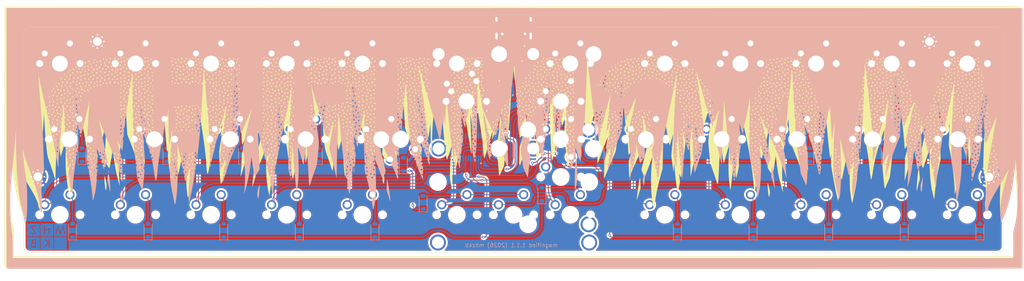
<source format=kicad_pcb>
(kicad_pcb (version 20241229) (generator "pcbnew") (generator_version "9.0")
  (layers (0 "F.Cu" signal) (2 "B.Cu" signal) (13 "F.Paste" user) (15 "B.Paste" user) (5 "F.SilkS" user "F.Silkscreen") (7 "B.SilkS" user "B.Silkscreen") (1 "F.Mask" user) (3 "B.Mask" user) (25 "Edge.Cuts" user))
  (net 0 "")
  (net 1 "ROW0")
  (net 2 "Net-(D0-A)")
  (net 3 "Net-(D1-A)")
  (net 4 "Net-(D2-A)")
  (net 5 "Net-(D3-A)")
  (net 6 "Net-(D4-A)")
  (net 7 "Net-(D5-A)")
  (net 8 "Net-(D6-A)")
  (net 9 "Net-(D7-A)")
  (net 10 "Net-(D8-A)")
  (net 11 "Net-(D9-A)")
  (net 12 "Net-(D10-A)")
  (net 13 "Net-(D11-A)")
  (net 14 "Net-(D12-A)")
  (net 15 "ROW3")
  (net 16 "Net-(D13-A)")
  (net 17 "Net-(D14-A)")
  (net 18 "Net-(D15-A)")
  (net 19 "Net-(D16-A)")
  (net 20 "Net-(D17-A)")
  (net 21 "Net-(D18-A)")
  (net 22 "Net-(D19-A)")
  (net 23 "Net-(D20-A)")
  (net 24 "Net-(D21-A)")
  (net 25 "Net-(D22-A)")
  (net 26 "Net-(D23-A)")
  (net 27 "ROW1")
  (net 28 "Net-(D24-A)")
  (net 29 "Net-(D25-A)")
  (net 30 "Net-(D26-A)")
  (net 31 "Net-(D27-A)")
  (net 32 "Net-(D28-A)")
  (net 33 "Net-(D29-A)")
  (net 34 "Net-(D30-A)")
  (net 35 "Net-(D31-A)")
  (net 36 "Net-(D32-A)")
  (net 37 "Net-(D33-A)")
  (net 38 "Net-(D34-A)")
  (net 39 "ROW4")
  (net 40 "ROW2")
  (net 41 "ROW5")
  (net 42 "COL0")
  (net 43 "COL1")
  (net 44 "COL2")
  (net 45 "COL3")
  (net 46 "COL4")
  (net 47 "COL5")
  (net 48 "GND")
  (net 49 "VCC")
  (net 50 "+3.3V")
  (net 51 "Net-(D35-A)")
  (net 52 "VBUS")
  (net 53 "PORT+")
  (net 54 "CC2")
  (net 55 "CC1")
  (net 57 "PORT-")
  (net 59 "UDP")
  (net 60 "BOOT")
  (net 61 "RST")
  (net 62 "UDM")
  (net 63 "c0")
  (net 64 "c1")
  (footprint "marbastlib-mx:SW_MX_1.5u" (layer "F.Cu") (at 116.5225 51.91125 180)
    (property "Reference" "MX16_1.5" (hide yes))
    (property "Value" "MX_SW_solder")
  )
  (footprint "marbastlib-mx:SW_MX_1u" (layer "F.Cu") (at 68.8975 32.86125)
    (property "Reference" "MX2" (hide yes))
    (property "Value" "MX_SW_solder")
  )
  (footprint "marbastlib-mx:STAB_MX_P_ISO" (layer "F.Cu") (at 157.00375 42.38625)
    (property "Reference" "S3" (hide yes))
    (property "Value" "MX_stab")
  )
  (footprint "marbastlib-mx:SW_MX_1u" (layer "F.Cu") (at 87.9475 70.96125)
    (property "Reference" "MX26" (hide yes))
    (property "Value" "MX_SW_solder")
  )
  (footprint "marbastlib-mx:SW_MX_1u" (layer "F.Cu") (at 183.1975 32.86125)
    (property "Reference" "MX7" (hide yes))
    (property "Value" "MX_SW_solder")
  )
  (footprint "MountingHole:MountingHole_2.2mm_M2_Pad_Via" (layer "F.Cu") (at 40.26 27.305)
    (property "Reference" "H0")
    (property "Value" "MountingHole_Pad")
  )
  (footprint "marbastlib-mx:SW_MX_1u" (layer "F.Cu") (at 221.2975 32.86125)
    (property "Reference" "MX9" (hide yes))
    (property "Value" "MX_SW_solder")
  )
  (footprint "marbastlib-mx:SW_MX_1u" (layer "F.Cu") (at 240.3475 32.86125)
    (property "Reference" "MX10" (hide yes))
    (property "Value" "MX_SW_solder")
  )
  (footprint "MountingHole:MountingHole_2.2mm_M2_Pad_Via" (layer "F.Cu") (at 249.8725 27.305)
    (property "Reference" "H1")
    (property "Value" "MountingHole_Pad")
  )
  (footprint "marbastlib-mx:SW_MX_1u" (layer "F.Cu") (at 216.535 51.91125)
    (property "Reference" "MX20" (hide yes))
    (property "Value" "MX_SW_solder")
  )
  (footprint "marbastlib-mx:SW_MX_1u" (layer "F.Cu") (at 87.9475 32.86125)
    (property "Reference" "MX3" (hide yes))
    (property "Value" "MX_SW_solder")
  )
  (footprint "marbastlib-mx:SW_MX_1u" (layer "F.Cu") (at 202.2475 32.86125)
    (property "Reference" "MX8" (hide yes))
    (property "Value" "MX_SW_solder")
  )
  (footprint "MountingHole:MountingHole_2.2mm_M2_Pad_Via" (layer "F.Cu") (at 264.89125 61.43625)
    (property "Reference" "H3")
    (property "Value" "MountingHole_Pad")
  )
  (footprint "marbastlib-mx:SW_MX_1u" (layer "F.Cu") (at 259.3975 32.86125)
    (property "Reference" "MX11" (hide yes))
    (property "Value" "MX_SW_solder")
  )
  (footprint "marbastlib-mx:SW_MX_1u" (layer "F.Cu") (at 68.8975 70.96125)
    (property "Reference" "MX25" (hide yes))
    (property "Value" "MX_SW_solder")
  )
  (footprint "marbastlib-mx:SW_MX_1u" (layer "F.Cu") (at 92.71 51.91125)
    (property "Reference" "MX15" (hide yes))
    (property "Value" "MX_SW_solder")
  )
  (footprint "marbastlib-mx:SW_MX_1.5u" (layer "F.Cu") (at 159.385 32.86125)
    (property "Reference" "MX6_1.5" (hide yes))
    (property "Value" "MX_SW_solder")
  )
  (footprint "marbastlib-mx:SW_MX_1u" (layer "F.Cu") (at 30.7975 32.86125)
    (property "Reference" "MX0" (hide yes))
    (property "Value" "MX_SW_solder")
  )
  (footprint "marbastlib-mx:SW_MX_1u" (layer "F.Cu") (at 235.585 51.91125)
    (property "Reference" "MX21" (hide yes))
    (property "Value" "MX_SW_solder")
  )
  (footprint "marbastlib-mx:SW_MX_1u" (layer "F.Cu") (at 259.3975 70.96125)
    (property "Reference" "MX34" (hide yes))
    (property "Value" "MX_SW_solder")
  )
  (footprint "marbastlib-mx:SW_MX_1.25u" (layer "F.Cu") (at 33.17875 51.91125)
    (property "Reference" "MX12_1.25" (hide yes))
    (property "Value" "MX_SW_solder")
  )
  (footprint "marbastlib-mx:SW_MX_1u" (layer "F.Cu") (at 221.2975 70.96125)
    (property "Reference" "MX32" (hide yes))
    (property "Value" "MX_SW_solder")
  )
  (footprint "marbastlib-mx:SW_MX_1u" (layer "F.Cu") (at 54.61 51.91125)
    (property "Reference" "MX13" (hide yes))
    (property "Value" "MX_SW_solder")
  )
  (footprint "marbastlib-mx:SW_MX_1u" (layer "F.Cu") (at 49.8475 32.86125)
    (property "Reference" "MX1" (hide yes))
    (property "Value" "MX_SW_solder")
  )
  (footprint "marbastlib-mx:SW_MX_1u" (layer "F.Cu") (at 106.9975 32.86125)
    (property "Reference" "MX4" (hide yes))
    (property "Value" "MX_SW_solder")
  )
  (footprint "marbastlib-mx:STAB_MX_P_ISO" (layer "F.Cu") (at 157.00375 61.43625 180)
    (property "Reference" "S1" (hide yes))
    (property "Value" "MX_stab")
  )
  (footprint "marbastlib-mx:SW_MX_1u" (layer "F.Cu") (at 157.00375 61.43625)
    (property "Reference" "MX17_ISO_1" (hide yes))
    (property "Value" "MX_SW_solder")
  )
  (footprint "marbastlib-mx:SW_MX_1.25u" (layer "F.Cu") (at 257.01625 51.91125)
    (property "Reference" "MX22_1.25" (hide yes))
    (property "Value" "MX_SW_solder")
  )
  (footprint "MountingHole:MountingHole_2.2mm_M2_Pad_Via" (layer "F.Cu") (at 25.24125 61.37375)
    (property "Reference" "H2")
    (property "Value" "MountingHole_Pad")
  )
  (footprint "marbastlib-mx:SW_MX_1.5u" (layer "F.Cu") (at 130.81 70.96125)
    (property "Reference" "MX28_1.5" (hide yes))
    (property "Value" "MX_SW_solder")
  )
  (footprint "marbastlib-mx:SW_MX_1u" (layer "F.Cu") (at 49.8475 70.96125)
    (property "Reference" "MX24" (hide yes))
    (property "Value" "MX_SW_solder")
  )
  (footprint "marbastlib-mx:SW_MX_1.5u" (layer "F.Cu") (at 159.385 70.96125)
    (property "Reference" "MX29_1.5" (hide yes))
    (property "Value" "MX_SW_solder")
  )
  (footprint "marbastlib-mx:STAB_MX_P_3u" (layer "F.Cu") (at 145.0975 70.96125 180)
    (property "Reference" "S2" (hide yes))
    (property "Value" "MX_stab")
  )
  (footprint "marbastlib-mx:SW_MX_1u" (layer "F.Cu") (at 157.00375 42.38625)
    (property "Reference" "MX6_R_ISO_0" (hide yes))
    (property "Value" "MX_SW_solder")
  )
  (footprint "marbastlib-mx:SW_MX_1u" (layer "F.Cu") (at 145.0975 70.96125)
    (property "Reference" "MX28_3" (hide yes))
    (property "Value" "MX_SW_solder")
  )
  (footprint "marbastlib-mx:SW_MX_1u" (layer "F.Cu") (at 133.19125 42.38625)
    (property "Reference" "MX5_ISO_0" (hide yes))
    (property "Value" "MX_SW_solder")
  )
  (footprint "marbastlib-mx:SW_MX_1u" (layer "F.Cu") (at 106.9975 70.96125)
    (property "Reference" "MX27" (hide yes))
    (property "Value" "MX_SW_solder")
  )
  (footprint "marbastlib-mx:STAB_MX_P_ISO" (layer "F.Cu") (at 133.19125 42.38625)
    (property "Reference" "S0" (hide yes))
    (property "Value" "MX_stab")
  )
  (footprint "marbastlib-mx:SW_MX_1u" (layer "F.Cu") (at 183.1975 70.96125)
    (property "Reference" "MX30" (hide yes))
    (property "Value" "MX_SW_solder")
  )
  (footprint "marbastlib-mx:SW_MX_1u" (layer "F.Cu") (at 202.2475 70.96125)
    (property "Reference" "MX31" (hide yes))
    (property "Value" "MX_SW_solder")
  )
  (footprint "marbastlib-mx:SW_MX_1u" (layer "F.Cu") (at 73.66 51.91125)
    (property "Reference" "MX14" (hide yes))
    (property "Value" "MX_SW_solder")
  )
  (footprint "marbastlib-mx:SW_MX_1u" (layer "F.Cu") (at 240.3475 70.96125)
    (property "Reference" "MX33" (hide yes))
    (property "Value" "MX_SW_solder")
  )
  (footprint "marbastlib-mx:SW_MX_1u" (layer "F.Cu") (at 111.76 51.91125)
    (property "Reference" "MX16" (hide yes))
    (property "Value" "MX_SW_solder")
  )
  (footprint "marbastlib-mx:SW_MX_1u" (layer "F.Cu") (at 30.7975 70.96125)
    (property "Reference" "MX23" (hide yes))
    (property "Value" "MX_SW_solder")
  )
  (footprint "marbastlib-mx:SW_MX_1u" (layer "F.Cu") (at 178.435 51.91125)
    (property "Reference" "MX18" (hide yes))
    (property "Value" "MX_SW_solder")
  )
  (footprint "marbastlib-mx:SW_MX_1.25u" (layer "F.Cu") (at 157.00375 51.91125)
    (property "Reference" "MX17_1.25" (hide yes))
    (property "Value" "MX_SW_solder")
  )
  (footprint "marbastlib-mx:SW_MX_1u" (layer "F.Cu") (at 197.485 51.91125)
    (property "Reference" "MX19" (hide yes))
    (property "Value" "MX_SW_solder")
  )
  (footprint "marbastlib-mx:SW_MX_1.5u" (layer "F.Cu") (at 130.81 32.86125 180)
    (property "Reference" "MX5_1.5" (hide yes))
    (property "Value" "MX_SW_solder")
  )
  (footprint "LOGO" (layer "F.Cu") (at 144.700625 50.720625)
    (property "Reference" "G***" (hide yes))
    (property "Value" "LOGO" (hide yes))
  )
  (footprint "Diode_SMD:D_SOD-123" (layer "B.Cu") (at 262.5725 74.93 90)
    (property "Reference" "D34")
    (property "Value" "D_Small")
  )
  (footprint "Diode_SMD:D_SOD-123" (layer "B.Cu") (at 186.3725 74.93 90)
    (property "Reference" "D30")
    (property "Value" "D_Small")
  )
  (footprint "Diode_SMD:D_SOD-123" (layer "B.Cu") (at 72.0725 36.83 90)
    (property "Reference" "D2")
    (property "Value" "D_Small")
  )
  (footprint "Diode_SMD:D_SOD-123" (layer "B.Cu") (at 53.0225 74.93 90)
    (property "Reference" "D24")
    (property "Value" "D_Small")
  )
  (footprint "LOGO" (layer "B.Cu") (at 145.494375 51.1175 180)
    (property "Reference" "G***" (hide yes))
    (property "Value" "LOGO" (hide yes))
  )
  (footprint "Diode_SMD:D_SOD-123" (layer "B.Cu") (at 238.76 55.88 90)
    (property "Reference" "D21")
    (property "Value" "D_Small")
  )
  (footprint "Diode_SMD:D_SOD-123" (layer "B.Cu") (at 33.9725 74.93 90)
    (property "Reference" "D23")
    (property "Value" "D_Small")
  )
  (footprint "graphics:mhz-logo-tiny-cu" (layer "B.Cu") (at 28.1975 75.782774 180)
    (property "Reference" "G***" (hide yes))
    (property "Value" "LOGO" (hide yes))
  )
  (footprint "Diode_SMD:D_SOD-123" (layer "B.Cu") (at 33.9725 36.83 90)
    (property "Reference" "D0")
    (property "Value" "D_Small")
  )
  (footprint "Diode_SMD:D_SOD-123" (layer "B.Cu") (at 91.1225 74.93 90)
    (property "Reference" "D26")
    (property "Value" "D_Small")
  )
  (footprint "Diode_SMD:D_SOD-123" (layer "B.Cu") (at 124.46 36.83 90)
    (property "Reference" "D5")
    (property "Value" "D_Small")
  )
  (footprint "Diode_SMD:D_SOD-123" (layer "B.Cu") (at 205.4225 36.83 90)
    (property "Reference" "D8")
    (property "Value" "D_Small")
  )
  (footprint "Resistor_SMD:R_0603_1608Metric" (layer "B.Cu") (at 146.685 30.25 -90)
    (property "Reference" "R2")
    (property "Value" "5.1k")
  )
  (footprint "Diode_SMD:D_SOD-123" (layer "B.Cu") (at 110.1725 36.83 90)
    (property "Reference" "D4")
    (property "Value" "D_Small")
  )
  (footprint "Button_Switch_SMD:SW_Push_SPST_NO_Alps_SKRK" (layer "B.Cu") (at 139.938125 47.9425 180)
    (property "Reference" "SW0")
    (property "Value" "BOOT")
  )
  (footprint "Diode_SMD:D_SOD-123" (layer "B.Cu") (at 224.4725 74.93 90)
    (property "Reference" "D32")
    (property "Value" "D_Small")
  )
  (footprint "Diode_SMD:D_SOD-123" (layer "B.Cu") (at 219.71 55.88 90)
    (property "Reference" "D20")
    (property "Value" "D_Small")
  )
  (footprint "Diode_SMD:D_SOD-123" (layer "B.Cu") (at 91.1225 36.83 90)
    (property "Reference" "D3")
    (property "Value" "D_Small")
  )
  (footprint "Capacitor_SMD:C_0603_1608Metric" (layer "B.Cu") (at 139.54125 37.703125)
    (property "Reference" "C0")
    (property "Value" "100nF")
  )
  (footprint "Diode_SMD:D_SOD-123" (layer "B.Cu") (at 76.835 55.88 90)
    (property "Reference" "D14")
    (property "Value" "D_Small")
  )
  (footprint "Diode_SMD:D_SOD-123" (layer "B.Cu") (at 262.5725 36.8925 90)
    (property "Reference" "D11")
    (property "Value" "D_Small")
  )
  (footprint "Diode_SMD:D_SOD-123" (layer "B.Cu") (at 117.31625 58.26125 90)
    (property "Reference" "D16")
    (property "Value" "D_Small")
  )
  (footprint "Diode_SMD:D_SOD-123" (layer "B.Cu") (at 152.24125 65.801875 90)
    (property "Reference" "D29")
    (property "Value" "D_Small")
  )
  (footprint "Diode_SMD:D_SOD-123" (layer "B.Cu") (at 168.91 55.8175 90)
    (property "Reference" "D17")
    (property "Value" "D_Small")
  )
  (footprint "Diode_SMD:D_SOD-123" (layer "B.Cu") (at 224.4725 36.83 90)
    (property "Reference" "D9")
    (property "Value" "D_Small")
  )
  (footprint "Capacitor_SMD:C_0603_1608Metric" (layer "B.Cu") (at 139.54125 39.290625 180)
    (property "Reference" "C1")
    (property "Value" "100nF")
  )
  (footprint "Diode_SMD:D_SOD-123" (layer "B.Cu") (at 260.19125 55.88 90)
    (property "Reference" "D22")
    (property "Value" "D_Small")
  )
  (footprint "Diode_SMD:D_SOD-123" (layer "B.Cu") (at 200.66 55.88 90)
    (property "Reference" "D19")
    (property "Value" "D_Small")
  )
  (footprint "Diode_SMD:D_SOD-123" (layer "B.Cu") (at 57.785 55.88 90)
    (property "Reference" "D13")
    (property "Value" "D_Small")
  )
  (footprint "Diode_SMD:D_SOD-123" (layer "B.Cu") (at 36.35375 55.88 90)
    (property "Reference" "D12")
    (property "Value" "D_Small")
  )
  (footprint "Diode_SMD:D_SOD-123" (layer "B.Cu") (at 186.3725 36.83 90)
    (property "Reference" "D7")
    (property "Value" "D_Small")
  )
  (footprint "Resistor_SMD:R_0603_1608Metric" (layer "B.Cu") (at 141.525625 44.7675)
    (property "Reference" "R0")
    (property "Value" "10k")
  )
  (footprint "Diode_SMD:D_SOD-123" (layer "B.Cu") (at 205.4225 74.93 90)
    (property "Reference" "D31")
    (property "Value" "D_Small")
  )
  (footprint "Diode_SMD:D_SOD-123" (layer "B.Cu") (at 243.5225 36.8925 90)
    (property "Reference" "D10")
    (property "Value" "D_Small")
  )
  (footprint "Diode_SMD:D_SOD-123" (layer "B.Cu") (at 110.1725 74.93 90)
    (property "Reference" "D27")
    (property "Value" "D_Small")
  )
  (footprint "Package_TO_SOT_SMD:SOT-23-6" (layer "B.Cu") (at 144.941251 37.17375 90)
    (property "Reference" "U0")
    (property "Value" "USBLC6-2SC6")
  )
  (footprint "Diode_SMD:D_SOD-123" (layer "B.Cu") (at 122.2975 67.86125 90)
    (property "Reference" "D28")
    (property "Value" "D_Small")
  )
  (footprint "Package_SO:TSSOP-20_4.4x6.5mm_P0.65mm" (layer "B.Cu") (at 133.985 53.895625 90)
    (property "Reference" "U1")
    (property "Value" "~")
  )
  (footprint "Connector_USB:USB_C_Receptacle_HRO_TYPE-C-31-M-12" (layer "B.Cu") (at 145.0975 22.79875)
    (property "Reference" "J0")
    (property "Value" "USB_C_Receptacle_USB2.0")
  )
  (footprint "Resistor_SMD:R_0603_1608Metric" (layer "B.Cu") (at 144.5 30.25 -90)
    (property "Reference" "R1")
    (property "Value" "5.1k")
  )
  (footprint "Diode_SMD:D_SOD-123" (layer "B.Cu") (at 243.5225 74.93 90)
    (property "Reference" "D33")
    (property "Value" "D_Small")
  )
  (footprint "Diode_SMD:D_SOD-123" (layer "B.Cu") (at 95.885 55.88 90)
    (property "Reference" "D15")
    (property "Value" "D_Small")
  )
  (footprint "Fuse:Fuse_0603_1608Metric" (layer "B.Cu") (at 139.54125 33.734375)
    (property "Reference" "F0")
    (property "Value" "500mA")
  )
  (footprint "Diode_SMD:D_SOD-323_HandSoldering" (layer "B.Cu") (at 139.640625 35.639375 180)
    (property "Reference" "D35")
    (property "Value" "PMEG2010EA")
  )
  (footprint "Diode_SMD:D_SOD-123" (layer "B.Cu") (at 53.0225 36.83 90)
    (property "Reference" "D1")
    (property "Value" "D_Small")
  )
  (footprint "Diode_SMD:D_SOD-123" (layer "B.Cu") (at 168.11625 36.83 90)
    (property "Reference" "D6")
    (property "Value" "D_Small")
  )
  (footprint "Diode_SMD:D_SOD-123" (layer "B.Cu") (at 72.0725 74.93 90)
    (property "Reference" "D25")
    (property "Value" "D_Small")
  )
  (footprint "Diode_SMD:D_SOD-123" (layer "B.Cu") (at 181.61 55.88 90)
    (property "Reference" "D18")
    (property "Value" "D_Small")
  )
  (gr_line (start 268.52566 25.320625) (end 268.525625 78.89875) (stroke (width 0.05)) (layer "Edge.Cuts"))
  (gr_arc (start 266.93816 23.733125) (mid 268.06066 24.198111) (end 268.52566 25.320625) (stroke (width 0.05)) (layer "Edge.Cuts"))
  (gr_line (start 150.256875 22.939375) (end 150.256875 21.351875) (stroke (width 0.05)) (layer "Edge.Cuts"))
  (gr_line (start 21.669375 78.89875) (end 21.669375 25.320625) (stroke (width 0.05)) (layer "Edge.Cuts"))
  (gr_arc (start 21.669375 25.320625) (mid 22.134343 24.198093) (end 23.256875 23.733125) (stroke (width 0.05)) (layer "Edge.Cuts"))
  (gr_line (start 139.938125 21.351875) (end 139.938125 22.939375) (stroke (width 0.05)) (layer "Edge.Cuts"))
  (gr_arc (start 151.050625 23.733125) (mid 150.489359 23.500641) (end 150.256875 22.939375) (stroke (width 0.05)) (layer "Edge.Cuts"))
  (gr_arc (start 139.938125 22.939375) (mid 139.705641 23.500641) (end 139.144375 23.733125) (stroke (width 0.05)) (layer "Edge.Cuts"))
  (gr_line (start 151.050625 23.733125) (end 266.93816 23.733125) (stroke (width 0.05)) (layer "Edge.Cuts"))
  (gr_line (start 266.938125 80.48625) (end 23.256875 80.48625) (stroke (width 0.05)) (layer "Edge.Cuts"))
  (gr_arc (start 23.256875 80.48625) (mid 22.134343 80.021282) (end 21.669375 78.89875) (stroke (width 0.05)) (layer "Edge.Cuts"))
  (gr_line (start 149.463125 20.558125) (end 140.731875 20.558125) (stroke (width 0.05)) (layer "Edge.Cuts"))
  (gr_line (start 139.144375 23.733125) (end 23.256875 23.733125) (stroke (width 0.05)) (layer "Edge.Cuts"))
  (gr_arc (start 149.463125 20.558125) (mid 150.024391 20.790609) (end 150.256875 21.351875) (stroke (width 0.05)) (layer "Edge.Cuts"))
  (gr_arc (start 139.938125 21.351875) (mid 140.170609 20.790609) (end 140.731875 20.558125) (stroke (width 0.05)) (layer "Edge.Cuts"))
  (gr_arc (start 268.525625 78.89875) (mid 268.06066 80.0213) (end 266.938125 80.48625) (stroke (width 0.05)) (layer "Edge.Cuts"))
  (gr_text "magnified 1.1.1 (2026) mhzkb" (at 156.2975 79.2 0) (layer "B.SilkS") (effects (font (size 1 1) (thickness 0.1)) (justify left bottom mirror)))
  (segment (start 125.650625 45.958125) (end 130.413125 45.958125) (width 0.2) (layer "B.Cu") (net 1))
  (segment (start 124.46 38.48) (end 124.46 44.7675) (width 0.2) (layer "B.Cu") (net 1))
  (segment (start 131.71 47.255) (end 131.71 51.033125) (width 0.2) (layer "B.Cu") (net 1))
  (segment (start 124.46 38.48) (end 110.1725 38.48) (width 0.2) (layer "B.Cu") (net 1))
  (segment (start 33.9725 38.48) (end 110.1725 38.48) (width 0.2) (layer "B.Cu") (net 1))
  (arc (start 124.46 44.7675) (mid 124.808726 45.609399) (end 125.650625 45.958125) (width 0.2) (layer "B.Cu") (net 1))
  (arc (start 130.413125 45.958125) (mid 131.330154 46.337971) (end 131.71 47.255) (width 0.2) (layer "B.Cu") (net 1))
  (segment (start 33.9725 35.18) (end 33.9725 28.41625) (width 0.2) (layer "B.Cu") (net 2))
  (arc (start 33.9725 28.41625) (mid 33.786513 27.967237) (end 33.3375 27.78125) (width 0.2) (layer "B.Cu") (net 2))
  (segment (start 53.0225 35.18) (end 53.0225 28.41625) (width 0.2) (layer "B.Cu") (net 3))
  (arc (start 53.0225 28.41625) (mid 52.836513 27.967237) (end 52.3875 27.78125) (width 0.2) (layer "B.Cu") (net 3))
  (segment (start 72.0725 35.18) (end 72.0725 28.41625) (width 0.2) (layer "B.Cu") (net 4))
  (arc (start 72.0725 28.41625) (mid 71.886513 27.967237) (end 71.4375 27.78125) (width 0.2) (layer "B.Cu") (net 4))
  (segment (start 91.1225 35.18) (end 91.1225 28.41625) (width 0.2) (layer "B.Cu") (net 5))
  (arc (start 91.1225 28.41625) (mid 90.936513 27.967237) (end 90.4875 27.78125) (width 0.2) (layer "B.Cu") (net 5))
  (segment (start 110.1725 35.18) (end 110.1725 28.41625) (width 0.2) (layer "B.Cu") (net 6))
  (arc (start 110.1725 28.41625) (mid 109.986513 27.967237) (end 109.5375 27.78125) (width 0.2) (layer "B.Cu") (net 6))
  (segment (start 134.62 35.40125) (end 135.169983 35.951233) (width 0.2) (layer "B.Cu") (net 7))
  (segment (start 125.31625 36.03625) (end 133.985 36.03625) (width 0.2) (layer "B.Cu") (net 7))
  (arc (start 133.985 36.03625) (mid 134.434013 35.850263) (end 134.62 35.40125) (width 0.2) (layer "B.Cu") (net 7))
  (arc (start 124.46 35.18) (mid 124.71079 35.78546) (end 125.31625 36.03625) (width 0.2) (layer "B.Cu") (net 7))
  (arc (start 135.169983 35.951233) (mid 135.585381 36.57292) (end 135.73125 37.30625) (width 0.2) (layer "B.Cu") (net 7))
  (segment (start 165.99 37.30625) (end 159.54375 37.30625) (width 0.2) (layer "B.Cu") (net 8))
  (segment (start 162.163125 32.86125) (end 162.163125 28.019375) (width 0.2) (layer "B.Cu") (net 8))
  (segment (start 168.11625 35.18) (end 164.481875 35.18) (width 0.2) (layer "B.Cu") (net 8))
  (arc (start 164.481875 35.18) (mid 162.842271 34.500854) (end 162.163125 32.86125) (width 0.2) (layer "B.Cu") (net 8))
  (arc (start 168.11625 35.18) (mid 167.493486 36.683486) (end 165.99 37.30625) (width 0.2) (layer "B.Cu") (net 8))
  (arc (start 162.163125 28.019375) (mid 162.09338 27.850995) (end 161.925 27.78125) (width 0.2) (layer "B.Cu") (net 8))
  (segment (start 186.3725 35.18) (end 186.3725 28.41625) (width 0.2) (layer "B.Cu") (net 9))
  (arc (start 186.3725 28.41625) (mid 186.186513 27.967237) (end 185.7375 27.78125) (width 0.2) (layer "B.Cu") (net 9))
  (segment (start 205.4225 35.18) (end 205.4225 28.41625) (width 0.2) (layer "B.Cu") (net 10))
  (arc (start 205.4225 28.41625) (mid 205.236513 27.967237) (end 204.7875 27.78125) (width 0.2) (layer "B.Cu") (net 10))
  (segment (start 224.4725 35.18) (end 224.4725 28.41625) (width 0.2) (layer "B.Cu") (net 11))
  (arc (start 224.4725 28.41625) (mid 224.286513 27.967237) (end 223.8375 27.78125) (width 0.2) (layer "B.Cu") (net 11))
  (segment (start 243.5225 35.2425) (end 243.5225 28.41625) (width 0.2) (layer "B.Cu") (net 12))
  (arc (start 243.5225 28.41625) (mid 243.336513 27.967237) (end 242.8875 27.78125) (width 0.2) (layer "B.Cu") (net 12))
  (segment (start 262.5725 35.2425) (end 262.5725 28.41625) (width 0.2) (layer "B.Cu") (net 13))
  (arc (start 262.5725 28.41625) (mid 262.386513 27.967237) (end 261.9375 27.78125) (width 0.2) (layer "B.Cu") (net 13))
  (segment (start 36.35375 54.23) (end 36.35375 47.46625) (width 0.2) (layer "B.Cu") (net 14))
  (arc (start 36.35375 47.46625) (mid 36.167763 47.017237) (end 35.71875 46.83125) (width 0.2) (layer "B.Cu") (net 14))
  (segment (start 145.494375 55.08625) (end 145.494375 57.4675) (width 0.2) (layer "F.Cu") (net 15))
  (segment (start 145.494375 53.101875) (end 145.494375 55.08625) (width 0.2) (layer "F.Cu") (net 15))
  (segment (start 143.51 50.32375) (end 143.51 51.1175) (width 0.2) (layer "F.Cu") (net 15))
  (via (at 143.51 59.451875) (size 0.6) (drill 0.3) (layers "F.Cu" "B.Cu") (net 15))
  (via (at 143.51 50.32375) (size 0.6) (drill 0.3) (layers "F.Cu" "B.Cu") (net 15))
  (arc (start 144.30375 51.91125) (mid 145.145649 52.259976) (end 145.494375 53.101875) (width 0.2) (layer "F.Cu") (net 15))
  (arc (start 145.494375 57.4675) (mid 144.913165 58.870665) (end 143.51 59.451875) (width 0.2) (layer "F.Cu") (net 15))
  (arc (start 143.51 51.1175) (mid 143.742484 51.678766) (end 144.30375 51.91125) (width 0.2) (layer "F.Cu") (net 15))
  (segment (start 157.236234 38.4175) (end 156.606875 38.4175) (width 0.2) (layer "B.Cu") (net 15))
  (segment (start 143.51 59.451875) (end 137.556875 59.451875) (width 0.2) (layer "B.Cu") (net 15))
  (segment (start 147.875625 44.370625) (end 146.685 44.370625) (width 0.2) (layer "B.Cu") (net 15))
  (segment (start 153.431875 36.03625) (end 151.844375 36.03625) (width 0.2) (layer "B.Cu") (net 15))
  (segment (start 136.91 58.805) (end 136.91 56.758125) (width 0.2) (layer "B.Cu") (net 15))
  (segment (start 159.385 39.21125) (end 159.152516 39.21125) (width 0.2) (layer "B.Cu") (net 15))
  (segment (start 186.3725 38.48) (end 262.51 38.48) (width 0.2) (layer "B.Cu") (net 15))
  (segment (start 154.225625 36.03625) (end 153.431875 36.03625) (width 0.2) (layer "B.Cu") (net 15))
  (segment (start 143.51 47.545625) (end 143.51 50.32375) (width 0.2) (layer "B.Cu") (net 15))
  (segment (start 149.06625 38.814375) (end 149.06625 43.18) (width 0.2) (layer "B.Cu") (net 15))
  (segment (start 167.385 39.21125) (end 159.385 39.21125) (width 0.2) (layer "B.Cu") (net 15))
  (segment (start 168.11625 38.48) (end 186.3725 38.48) (width 0.2) (layer "B.Cu") (net 15))
  (arc (start 156.606875 38.4175) (mid 156.045609 38.185016) (end 155.813125 37.62375) (width 0.2) (layer "B.Cu") (net 15))
  (arc (start 149.06625 43.18) (mid 148.717524 44.021899) (end 147.875625 44.370625) (width 0.2) (layer "B.Cu") (net 15))
  (arc (start 158.194375 38.814375) (mid 157.754776 38.520644) (end 157.236234 38.4175) (width 0.2) (layer "B.Cu") (net 15))
  (arc (start 262.51 38.48) (mid 262.554194 38.498306) (end 262.5725 38.5425) (width 0.2) (layer "B.Cu") (net 15))
  (arc (start 151.844375 36.03625) (mid 149.879944 36.849944) (end 149.06625 38.814375) (width 0.2) (layer "B.Cu") (net 15))
  (arc (start 159.152516 39.21125) (mid 158.633974 39.108106) (end 158.194375 38.814375) (width 0.2) (layer "B.Cu") (net 15))
  (arc (start 146.685 44.370625) (mid 144.439936 45.300561) (end 143.51 47.545625) (width 0.2) (layer "B.Cu") (net 15))
  (arc (start 155.813125 37.62375) (mid 155.348157 36.501218) (end 154.225625 36.03625) (width 0.2) (layer "B.Cu") (net 15))
  (arc (start 137.556875 59.451875) (mid 137.099465 59.26241) (end 136.91 58.805) (width 0.2) (layer "B.Cu") (net 15))
  (arc (start 168.11625 38.48) (mid 167.902072 38.997072) (end 167.385 39.21125) (width 0.2) (layer "B.Cu") (net 15))
  (segment (start 57.785 54.23) (end 57.785 47.46625) (width 0.2) (layer "B.Cu") (net 16))
  (arc (start 57.785 47.46625) (mid 57.599013 47.017237) (end 57.15 46.83125) (width 0.2) (layer "B.Cu") (net 16))
  (segment (start 76.835 54.23) (end 76.835 47.46625) (width 0.2) (layer "B.Cu") (net 17))
  (arc (start 76.835 47.46625) (mid 76.649013 47.017237) (end 76.2 46.83125) (width 0.2) (layer "B.Cu") (net 17))
  (segment (start 95.885 54.23) (end 95.885 47.46625) (width 0.2) (layer "B.Cu") (net 18))
  (arc (start 95.885 47.46625) (mid 95.699013 47.017237) (end 95.25 46.83125) (width 0.2) (layer "B.Cu") (net 18))
  (segment (start 119.6975 52.22875) (end 119.6975 53.81625) (width 0.2) (layer "B.Cu") (net 19))
  (segment (start 117.31625 56.61125) (end 117.37875 56.61125) (width 0.2) (layer "B.Cu") (net 19))
  (segment (start 119.53875 54.45125) (end 120.3325 54.45125) (width 0.2) (layer "B.Cu") (net 19))
  (arc (start 118.90375 55.08625) (mid 119.089737 54.637237) (end 119.53875 54.45125) (width 0.2) (layer "B.Cu") (net 19))
  (arc (start 114.3 46.83125) (mid 118.116609 48.412141) (end 119.6975 52.22875) (width 0.2) (layer "B.Cu") (net 19))
  (arc (start 117.37875 56.61125) (mid 118.457088 56.164588) (end 118.90375 55.08625) (width 0.2) (layer "B.Cu") (net 19))
  (arc (start 119.6975 53.81625) (mid 119.883487 54.265263) (end 120.3325 54.45125) (width 0.2) (layer "B.Cu") (net 19))
  (arc (start 114.935 47.46625) (mid 114.749013 47.017237) (end 114.3 46.83125) (width 0.2) (layer "B.Cu") (net 19))
  (segment (start 159.781875 56.118125) (end 159.781875 47.069375) (width 0.2) (layer "F.Cu") (net 20))
  (arc (start 159.781875 47.069375) (mid 159.71213 46.900995) (end 159.54375 46.83125) (width 0.2) (layer "F.Cu") (net 20))
  (arc (start 159.54375 56.35625) (mid 159.71213 56.286505) (end 159.781875 56.118125) (width 0.2) (layer "F.Cu") (net 20))
  (segment (start 159.54375 46.83125) (end 165.814375 46.83125) (width 0.2) (layer "B.Cu") (net 20))
  (segment (start 168.91 49.926875) (end 168.91 54.1675) (width 0.2) (layer "B.Cu") (net 20))
  (arc (start 165.814375 46.83125) (mid 168.003312 47.737938) (end 168.91 49.926875) (width 0.2) (layer "B.Cu") (net 20))
  (segment (start 181.61 54.23) (end 181.61 47.46625) (width 0.2) (layer "B.Cu") (net 21))
  (arc (start 181.61 47.46625) (mid 181.424013 47.017237) (end 180.975 46.83125) (width 0.2) (layer "B.Cu") (net 21))
  (segment (start 200.66 54.23) (end 200.66 47.46625) (width 0.2) (layer "B.Cu") (net 22))
  (arc (start 200.66 47.46625) (mid 200.474013 47.017237) (end 200.025 46.83125) (width 0.2) (layer "B.Cu") (net 22))
  (segment (start 219.71 54.23) (end 219.71 47.46625) (width 0.2) (layer "B.Cu") (net 23))
  (arc (start 219.71 47.46625) (mid 219.524013 47.017237) (end 219.075 46.83125) (width 0.2) (layer "B.Cu") (net 23))
  (segment (start 238.76 54.23) (end 238.76 47.46625) (width 0.2) (layer "B.Cu") (net 24))
  (arc (start 238.76 47.46625) (mid 238.574013 47.017237) (end 238.125 46.83125) (width 0.2) (layer "B.Cu") (net 24))
  (segment (start 260.19125 54.23) (end 260.19125 47.46625) (width 0.2) (layer "B.Cu") (net 25))
  (arc (start 260.19125 47.46625) (mid 260.005263 47.017237) (end 259.55625 46.83125) (width 0.2) (layer "B.Cu") (net 25))
  (segment (start 33.9725 73.28) (end 33.9725 66.51625) (width 0.2) (layer "B.Cu") (net 26))
  (arc (start 33.9725 66.51625) (mid 33.786513 66.067237) (end 33.3375 65.88125) (width 0.2) (layer "B.Cu") (net 26))
  (segment (start 119.6975 60.6425) (end 119.6975 68.58) (width 0.2) (layer "F.Cu") (net 27))
  (via (at 119.6975 68.58) (size 0.6) (drill 0.3) (layers "F.Cu" "B.Cu") (net 27))
  (via (at 118.90375 59.84875) (size 0.6) (drill 0.3) (layers "F.Cu" "B.Cu") (net 27))
  (arc (start 118.90375 59.84875) (mid 119.465016 60.081234) (end 119.6975 60.6425) (width 0.2) (layer "F.Cu") (net 27))
  (segment (start 120.62875 69.51125) (end 122.2975 69.51125) (width 0.2) (layer "B.Cu") (net 27))
  (segment (start 113.82717 59.91125) (end 117.31625 59.91125) (width 0.2) (layer "B.Cu") (net 27))
  (segment (start 108.078325 57.53) (end 95.885 57.53) (width 0.2) (layer "B.Cu") (net 27))
  (segment (start 118.90375 59.84875) (end 119.6975 59.84875) (width 0.2) (layer "B.Cu") (net 27))
  (segment (start 117.31625 59.91125) (end 118.84125 59.91125) (width 0.2) (layer "B.Cu") (net 27))
  (segment (start 36.35375 57.53) (end 95.885 57.53) (width 0.2) (layer "B.Cu") (net 27))
  (segment (start 121.681875 57.864375) (end 129.95375 57.864375) (width 0.2) (layer "B.Cu") (net 27))
  (arc (start 119.6975 68.58) (mid 119.970257 69.238493) (end 120.62875 69.51125) (width 0.2) (layer "B.Cu") (net 27))
  (arc (start 119.6975 59.84875) (mid 120.258766 59.616266) (end 120.49125 59.055) (width 0.2) (layer "B.Cu") (net 27))
  (arc (start 120.49125 59.055) (mid 120.839976 58.213101) (end 121.681875 57.864375) (width 0.2) (layer "B.Cu") (net 27))
  (arc (start 111.76 59.055) (mid 110.070833 57.926334) (end 108.078325 57.53) (width 0.2) (layer "B.Cu") (net 27))
  (arc (start 118.84125 59.91125) (mid 118.885444 59.892944) (end 118.90375 59.84875) (width 0.2) (layer "B.Cu") (net 27))
  (arc (start 129.95375 57.864375) (mid 130.735987 57.540362) (end 131.06 56.758125) (width 0.2) (layer "B.Cu") (net 27))
  (arc (start 113.82717 59.91125) (mid 112.708426 59.688718) (end 111.76 59.055) (width 0.2) (layer "B.Cu") (net 27))
  (segment (start 53.0225 73.28) (end 53.0225 66.51625) (width 0.2) (layer "B.Cu") (net 28))
  (arc (start 53.0225 66.51625) (mid 52.836513 66.067237) (end 52.3875 65.88125) (width 0.2) (layer "B.Cu") (net 28))
  (segment (start 72.0725 73.28) (end 72.0725 66.51625) (width 0.2) (layer "B.Cu") (net 29))
  (arc (start 72.0725 66.51625) (mid 71.886513 66.067237) (end 71.4375 65.88125) (width 0.2) (layer "B.Cu") (net 29))
  (segment (start 91.1225 73.28) (end 91.1225 66.51625) (width 0.2) (layer "B.Cu") (net 30))
  (arc (start 91.1225 66.51625) (mid 90.936513 66.067237) (end 90.4875 65.88125) (width 0.2) (layer "B.Cu") (net 30))
  (segment (start 110.1725 73.28) (end 110.1725 66.51625) (width 0.2) (layer "B.Cu") (net 31))
  (arc (start 110.1725 66.51625) (mid 109.986513 66.067237) (end 109.5375 65.88125) (width 0.2) (layer "B.Cu") (net 31))
  (segment (start 122.2975 66.21125) (end 133.02 66.21125) (width 0.2) (layer "B.Cu") (net 32))
  (segment (start 133.35 65.88125) (end 147.6375 65.88125) (width 0.2) (layer "B.Cu") (net 32))
  (arc (start 133.02 66.21125) (mid 133.253345 66.114595) (end 133.35 65.88125) (width 0.2) (layer "B.Cu") (net 32))
  (segment (start 160.195625 64.151875) (end 152.24125 64.151875) (width 0.2) (layer "B.Cu") (net 33))
  (arc (start 161.925 65.88125) (mid 161.418478 64.658397) (end 160.195625 64.151875) (width 0.2) (layer "B.Cu") (net 33))
  (arc (start 161.44875 65.405) (mid 161.78551 65.54449) (end 161.925 65.88125) (width 0.2) (layer "B.Cu") (net 33))
  (segment (start 186.3725 73.28) (end 186.3725 66.51625) (width 0.2) (layer "B.Cu") (net 34))
  (arc (start 186.3725 66.51625) (mid 186.186513 66.067237) (end 185.7375 65.88125) (width 0.2) (layer "B.Cu") (net 34))
  (segment (start 205.4225 73.28) (end 205.4225 66.51625) (width 0.2) (layer "B.Cu") (net 35))
  (arc (start 205.4225 66.51625) (mid 205.236513 66.067237) (end 204.7875 65.88125) (width 0.2) (layer "B.Cu") (net 35))
  (segment (start 224.4725 73.28) (end 224.4725 66.51625) (width 0.2) (layer "B.Cu") (net 36))
  (arc (start 224.4725 66.51625) (mid 224.286513 66.067237) (end 223.8375 65.88125) (width 0.2) (layer "B.Cu") (net 36))
  (segment (start 243.5225 73.28) (end 243.5225 66.51625) (width 0.2) (layer "B.Cu") (net 37))
  (arc (start 243.5225 66.51625) (mid 243.336513 66.067237) (end 242.8875 65.88125) (width 0.2) (layer "B.Cu") (net 37))
  (segment (start 262.5725 73.28) (end 262.5725 66.51625) (width 0.2) (layer "B.Cu") (net 38))
  (arc (start 262.5725 66.51625) (mid 262.386513 66.067237) (end 261.9375 65.88125) (width 0.2) (layer "B.Cu") (net 38))
  (segment (start 168.91 57.4675) (end 164.1475 57.4675) (width 0.2) (layer "B.Cu") (net 39))
  (segment (start 260.19125 57.53) (end 180.81625 57.53) (width 0.2) (layer "B.Cu") (net 39))
  (segment (start 157.7975 48.73625) (end 157.00375 48.73625) (width 0.2) (layer "B.Cu") (net 39))
  (segment (start 162.163125 55.483125) (end 162.163125 55.08625) (width 0.2) (layer "B.Cu") (net 39))
  (segment (start 136.26 58.94875) (end 136.26 56.758125) (width 0.2) (layer "B.Cu") (net 39))
  (segment (start 143.113125 60.245625) (end 137.556875 60.245625) (width 0.2) (layer "B.Cu") (net 39))
  (segment (start 145.89125 48.73625) (end 145.89125 57.4675) (width 0.2) (layer "B.Cu") (net 39))
  (segment (start 168.91 57.4675) (end 180.665362 57.4675) (width 0.2) (layer "B.Cu") (net 39))
  (segment (start 155.019375 46.751875) (end 147.875625 46.751875) (width 0.2) (layer "B.Cu") (net 39))
  (segment (start 160.17875 53.101875) (end 160.17875 51.1175) (width 0.2) (layer "B.Cu") (net 39))
  (arc (start 160.9725 53.895625) (mid 160.411234 53.663141) (end 160.17875 53.101875) (width 0.2) (layer "B.Cu") (net 39))
  (arc (start 157.00375 48.73625) (mid 156.161851 48.387524) (end 155.813125 47.545625) (width 0.2) (layer "B.Cu") (net 39))
  (arc (start 137.556875 60.245625) (mid 136.639846 59.865779) (end 136.26 58.94875) (width 0.2) (layer "B.Cu") (net 39))
  (arc (start 160.17875 51.1175) (mid 159.481298 49.433702) (end 157.7975 48.73625) (width 0.2) (layer "B.Cu") (net 39))
  (arc (start 155.813125 47.545625) (mid 155.580641 46.984359) (end 155.019375 46.751875) (width 0.2) (layer "B.Cu") (net 39))
  (arc (start 164.1475 57.4675) (mid 162.744335 56.88629) (end 162.163125 55.483125) (width 0.2) (layer "B.Cu") (net 39))
  (arc (start 147.875625 46.751875) (mid 146.47246 47.333085) (end 145.89125 48.73625) (width 0.2) (layer "B.Cu") (net 39))
  (arc (start 162.163125 55.08625) (mid 161.814399 54.244351) (end 160.9725 53.895625) (width 0.2) (layer "B.Cu") (net 39))
  (arc (start 145.89125 57.4675) (mid 145.077556 59.431931) (end 143.113125 60.245625) (width 0.2) (layer "B.Cu") (net 39))
  (arc (start 180.665362 57.4675) (mid 180.747022 57.483744) (end 180.81625 57.53) (width 0.2) (layer "B.Cu") (net 39))
  (segment (start 136.36625 61.43625) (end 137.16 61.43625) (width 0.2) (layer "F.Cu") (net 40))
  (segment (start 138.350625 62.626875) (end 138.350625 75.785068) (width 0.2) (layer "F.Cu") (net 40))
  (via (at 136.36625 61.43625) (size 0.6) (drill 0.3) (layers "F.Cu" "B.Cu") (net 40))
  (via (at 137.556875 76.578818) (size 0.6) (drill 0.3) (layers "F.Cu" "B.Cu") (net 40))
  (arc (start 138.350625 75.785068) (mid 138.118141 76.346334) (end 137.556875 76.578818) (width 0.2) (layer "F.Cu") (net 40))
  (arc (start 137.16 61.43625) (mid 138.001899 61.784976) (end 138.350625 62.626875) (width 0.2) (layer "F.Cu") (net 40))
  (segment (start 33.9725 76.58) (end 110.1725 76.58) (width 0.2) (layer "B.Cu") (net 40))
  (segment (start 110.1725 76.58) (end 121.59908 76.58) (width 0.2) (layer "B.Cu") (net 40))
  (segment (start 137.556875 76.578818) (end 149.004932 76.578818) (width 0.2) (layer "B.Cu") (net 40))
  (segment (start 130.413125 76.578818) (end 137.556875 76.578818) (width 0.2) (layer "B.Cu") (net 40))
  (segment (start 152.24125 73.3425) (end 152.24125 67.451875) (width 0.2) (layer "B.Cu") (net 40))
  (segment (start 134.96 60.03) (end 134.96 56.758125) (width 0.2) (layer "B.Cu") (net 40))
  (segment (start 125.582532 74.93) (end 126.512468 74.93) (width 0.2) (layer "B.Cu") (net 40))
  (arc (start 121.59908 76.58) (mid 122.717824 76.357468) (end 123.66625 75.72375) (width 0.2) (layer "B.Cu") (net 40))
  (arc (start 128.42875 75.72375) (mid 129.377176 76.357468) (end 130.49592 76.58) (width 0.2) (layer "B.Cu") (net 40))
  (arc (start 149.004932 76.578818) (mid 151.293354 75.630922) (end 152.24125 73.3425) (width 0.2) (layer "B.Cu") (net 40))
  (arc (start 136.36625 61.43625) (mid 135.371881 61.024369) (end 134.96 60.03) (width 0.2) (layer "B.Cu") (net 40))
  (arc (start 126.512468 74.93) (mid 127.549553 75.136288) (end 128.42875 75.72375) (width 0.2) (layer "B.Cu") (net 40))
  (arc (start 123.66625 75.72375) (mid 124.545448 75.136289) (end 125.582532 74.93) (width 0.2) (layer "B.Cu") (net 40))
  (segment (start 158.194375 58.26125) (end 155.41625 55.483125) (width 0.2) (layer "F.Cu") (net 41))
  (segment (start 167.719375 59.451875) (end 161.068798 59.451875) (width 0.2) (layer "F.Cu") (net 41))
  (segment (start 169.306875 76.120625) (end 169.306875 61.039375) (width 0.2) (layer "F.Cu") (net 41))
  (segment (start 153.035 55.483125) (end 151.215016 57.303109) (width 0.2) (layer "F.Cu") (net 41))
  (via (at 169.306875 76.120625) (size 0.6) (drill 0.3) (layers "F.Cu" "B.Cu") (net 41))
  (via (at 155.41625 55.483125) (size 0.6) (drill 0.3) (layers "F.Cu" "B.Cu") (net 41))
  (via (at 149.86 57.864375) (size 0.6) (drill 0.3) (layers "F.Cu" "B.Cu") (net 41))
  (via (at 153.035 55.483125) (size 0.6) (drill 0.3) (layers "F.Cu" "B.Cu") (net 41))
  (arc (start 151.215016 57.303109) (mid 150.593329 57.718507) (end 149.86 57.864375) (width 0.2) (layer "F.Cu") (net 41))
  (arc (start 161.068798 59.451875) (mid 159.513171 59.142442) (end 158.194375 58.26125) (width 0.2) (layer "F.Cu") (net 41))
  (arc (start 169.306875 61.039375) (mid 168.841907 59.916843) (end 167.719375 59.451875) (width 0.2) (layer "F.Cu") (net 41))
  (segment (start 186.3725 76.58) (end 169.76625 76.58) (width 0.2) (layer "B.Cu") (net 41))
  (segment (start 146.685 61.039375) (end 137.556875 61.039375) (width 0.2) (layer "B.Cu") (net 41))
  (segment (start 186.3725 76.58) (end 262.5725 76.58) (width 0.2) (layer "B.Cu") (net 41))
  (segment (start 155.41625 55.483125) (end 153.035 55.483125) (width 0.2) (layer "B.Cu") (net 41))
  (segment (start 135.61 59.0925) (end 135.61 56.758125) (width 0.2) (layer "B.Cu") (net 41))
  (arc (start 149.86 57.864375) (mid 148.930064 60.109439) (end 146.685 61.039375) (width 0.2) (layer "B.Cu") (net 41))
  (arc (start 169.76625 76.58) (mid 169.441423 76.445452) (end 169.306875 76.120625) (width 0.2) (layer "B.Cu") (net 41))
  (arc (start 137.556875 61.039375) (mid 136.180226 60.469149) (end 135.61 59.0925) (width 0.2) (layer "B.Cu") (net 41))
  (segment (start 30.00375 50.00625) (end 30.00375 65.405) (width 0.2) (layer "F.Cu") (net 42))
  (segment (start 249.8725 52.705) (end 249.8725 62.70625) (width 0.2) (layer "F.Cu") (net 42))
  (segment (start 27.6225 30.95625) (end 27.6225 47.625) (width 0.2) (layer "F.Cu") (net 42))
  (segment (start 251.46 34.44875) (end 251.46 47.625) (width 0.2) (layer "F.Cu") (net 42))
  (arc (start 255.5875 30.32125) (mid 252.668917 31.530167) (end 251.46 34.44875) (width 0.2) (layer "F.Cu") (net 42))
  (arc (start 251.46 47.625) (mid 251.971465 48.859785) (end 253.20625 49.37125) (width 0.2) (layer "F.Cu") (net 42))
  (arc (start 253.20625 49.37125) (mid 250.848933 50.347683) (end 249.8725 52.705) (width 0.2) (layer "F.Cu") (net 42))
  (arc (start 249.8725 62.70625) (mid 251.546385 66.747365) (end 255.5875 68.42125) (width 0.2) (layer "F.Cu") (net 42))
  (arc (start 26.9875 30.32125) (mid 27.436513 30.507237) (end 27.6225 30.95625) (width 0.2) (layer "F.Cu") (net 42))
  (arc (start 30.00375 65.405) (mid 29.120311 67.537811) (end 26.9875 68.42125) (width 0.2) (layer "F.Cu") (net 42))
  (arc (start 29.36875 49.37125) (mid 29.817763 49.557237) (end 30.00375 50.00625) (width 0.2) (layer "F.Cu") (net 42))
  (arc (start 27.6225 47.625) (mid 28.133965 48.859785) (end 29.36875 49.37125) (width 0.2) (layer "F.Cu") (net 42))
  (segment (start 153.431875 37.226875) (end 152.638125 37.226875) (width 0.2) (layer "B.Cu") (net 42))
  (segment (start 144.30375 47.9425) (end 144.30375 56.276875) (width 0.2) (layer "B.Cu") (net 42))
  (segment (start 116.919375 61.43625) (end 119.300625 61.43625) (width 0.2) (layer "B.Cu") (net 42))
  (segment (start 33.9725 61.43625) (end 116.919375 61.43625) (width 0.2) (layer "B.Cu") (net 42))
  (segment (start 159.781875 42.783125) (end 159.781875 42.38625) (width 0.2) (layer "B.Cu") (net 42))
  (segment (start 137.556875 53.895625) (end 133.588125 53.895625) (width 0.2) (layer "B.Cu") (net 42))
  (segment (start 149.86 40.005) (end 149.86 43.97375) (width 0.2) (layer "B.Cu") (net 42))
  (segment (start 139.144375 56.276875) (end 139.144375 55.483125) (width 0.2) (layer "B.Cu") (net 42))
  (segment (start 131.71 57.36125) (end 131.71 56.758125) (width 0.2) (layer "B.Cu") (net 42))
  (segment (start 143.113125 57.4675) (end 140.335 57.4675) (width 0.2) (layer "B.Cu") (net 42))
  (segment (start 122.07875 58.658125) (end 130.413125 58.658125) (width 0.2) (layer "B.Cu") (net 42))
  (segment (start 247.80875 43.97375) (end 165.735 43.97375) (width 0.2) (layer "B.Cu") (net 42))
  (segment (start 165.735 43.97375) (end 160.9725 43.97375) (width 0.2) (layer "B.Cu") (net 42))
  (segment (start 131.71 55.77375) (end 131.71 56.758125) (width 0.2) (layer "B.Cu") (net 42))
  (segment (start 148.669375 45.164375) (end 147.081875 45.164375) (width 0.2) (layer "B.Cu") (net 42))
  (segment (start 157.00375 39.608125) (end 155.813125 39.608125) (width 0.2) (layer "B.Cu") (net 42))
  (arc (start 147.081875 45.164375) (mid 145.117444 45.978069) (end 144.30375 47.9425) (width 0.2) (layer "B.Cu") (net 42))
  (arc (start 149.86 43.97375) (mid 149.511274 44.815649) (end 148.669375 45.164375) (width 0.2) (layer "B.Cu") (net 42))
  (arc (start 133.588125 53.895625) (mid 132.26009 54.445715) (end 131.71 55.77375) (width 0.2) (layer "B.Cu") (net 42))
  (arc (start 119.300625 61.43625) (mid 120.70379 60.85504) (end 121.285 59.451875) (width 0.2) (layer "B.Cu") (net 42))
  (arc (start 253.20625 49.37125) (mid 251.625359 45.554641) (end 247.80875 43.97375) (width 0.2) (layer "B.Cu") (net 42))
  (arc (start 152.638125 37.226875) (mid 150.673694 38.040569) (end 149.86 40.005) (width 0.2) (layer "B.Cu") (net 42))
  (arc (start 26.9875 68.42125) (mid 29.033359 63.482109) (end 33.9725 61.43625) (width 0.2) (layer "B.Cu") (net 42))
  (arc (start 155.813125 39.608125) (mid 155.251859 39.375641) (end 155.019375 38.814375) (width 0.2) (layer "B.Cu") (net 42))
  (arc (start 140.335 57.4675) (mid 139.493101 57.118774) (end 139.144375 56.276875) (width 0.2) (layer "B.Cu") (net 42))
  (arc (start 155.019375 38.814375) (mid 154.554407 37.691843) (end 153.431875 37.226875) (width 0.2) (layer "B.Cu") (net 42))
  (arc (start 159.781875 42.38625) (mid 158.968181 40.421819) (end 157.00375 39.608125) (width 0.2) (layer "B.Cu") (net 42))
  (arc (start 160.9725 43.97375) (mid 160.130601 43.625024) (end 159.781875 42.783125) (width 0.2) (layer "B.Cu") (net 42))
  (arc (start 144.30375 56.276875) (mid 143.955024 57.118774) (end 143.113125 57.4675) (width 0.2) (layer "B.Cu") (net 42))
  (arc (start 130.413125 58.658125) (mid 131.330154 58.278279) (end 131.71 57.36125) (width 0.2) (layer "B.Cu") (net 42))
  (arc (start 139.144375 55.483125) (mid 138.679407 54.360593) (end 137.556875 53.895625) (width 0.2) (layer "B.Cu") (net 42))
  (arc (start 121.285 59.451875) (mid 121.517484 58.890609) (end 122.07875 58.658125) (width 0.2) (layer "B.Cu") (net 42))
  (segment (start 46.6725 30.95625) (end 46.6725 45.24375) (width 0.2) (layer "F.Cu") (net 43))
  (segment (start 232.41 34.44875) (end 232.41 48.73625) (width 0.2) (layer "F.Cu") (net 43))
  (segment (start 46.6725 53.49875) (end 46.6725 67.78625) (width 0.2) (layer "F.Cu") (net 43))
  (segment (start 232.41 50.00625) (end 232.41 64.29375) (width 0.2) (layer "F.Cu") (net 43))
  (arc (start 232.41 64.29375) (mid 233.618917 67.212333) (end 236.5375 68.42125) (width 0.2) (layer "F.Cu") (net 43))
  (arc (start 232.41 48.73625) (mid 232.224013 49.185263) (end 231.775 49.37125) (width 0.2) (layer "F.Cu") (net 43))
  (arc (start 46.6725 67.78625) (mid 46.486513 68.235263) (end 46.0375 68.42125) (width 0.2) (layer "F.Cu") (net 43))
  (arc (start 236.5375 30.32125) (mid 233.618917 31.530167) (end 232.41 34.44875) (width 0.2) (layer "F.Cu") (net 43))
  (arc (start 231.775 49.37125) (mid 232.224013 49.557237) (end 232.41 50.00625) (width 0.2) (layer "F.Cu") (net 43))
  (arc (start 46.6725 45.24375) (mid 47.881417 48.162333) (end 50.8 49.37125) (width 0.2) (layer "F.Cu") (net 43))
  (arc (start 50.8 49.37125) (mid 47.881417 50.580167) (end 46.6725 53.49875) (width 0.2) (layer "F.Cu") (net 43))
  (arc (start 46.0375 30.32125) (mid 46.486513 30.507237) (end 46.6725 30.95625) (width 0.2) (layer "F.Cu") (net 43))
  (segment (start 145.0975 48.339375) (end 145.0975 56.276875) (width 0.2) (layer "B.Cu") (net 43))
  (segment (start 132.36 55.9175) (end 132.36 56.758125) (width 0.2) (layer "B.Cu") (net 43))
  (segment (start 117.31625 62.23) (end 120.094375 62.23) (width 0.2) (layer "B.Cu") (net 43))
  (segment (start 157.400625 45.164375) (end 157.168141 45.396859) (width 0.2) (layer "B.Cu") (net 43))
  (segment (start 138.350625 56.67375) (end 138.350625 55.88) (width 0.2) (layer "B.Cu") (net 43))
  (segment (start 137.16 54.689375) (end 133.588125 54.689375) (width 0.2) (layer "B.Cu") (net 43))
  (segment (start 155.813125 45.958125) (end 147.47875 45.958125) (width 0.2) (layer "B.Cu") (net 43))
  (segment (start 227.17125 44.7675) (end 158.59125 44.7675) (width 0.2) (layer "B.Cu") (net 43))
  (segment (start 122.8725 59.451875) (end 127.635 59.451875) (width 0.2) (layer "B.Cu") (net 43))
  (segment (start 127.635 59.451875) (end 130.413125 59.451875) (width 0.2) (layer "B.Cu") (net 43))
  (segment (start 52.22875 62.23) (end 117.31625 62.23) (width 0.2) (layer "B.Cu") (net 43))
  (segment (start 158.59125 44.7675) (end 158.358766 44.7675) (width 0.2) (layer "B.Cu") (net 43))
  (segment (start 132.36 57.505) (end 132.36 56.758125) (width 0.2) (layer "B.Cu") (net 43))
  (segment (start 143.113125 58.26125) (end 139.938125 58.26125) (width 0.2) (layer "B.Cu") (net 43))
  (arc (start 231.775 49.37125) (mid 230.426593 46.115907) (end 227.17125 44.7675) (width 0.2) (layer "B.Cu") (net 43))
  (arc (start 147.47875 45.958125) (mid 145.794952 46.655577) (end 145.0975 48.339375) (width 0.2) (layer "B.Cu") (net 43))
  (arc (start 46.0375 68.42125) (mid 47.850875 64.043375) (end 52.22875 62.23) (width 0.2) (layer "B.Cu") (net 43))
  (arc (start 139.938125 58.26125) (mid 138.815593 57.796282) (end 138.350625 56.67375) (width 0.2) (layer "B.Cu") (net 43))
  (arc (start 158.358766 44.7675) (mid 157.840224 44.870644) (end 157.400625 45.164375) (width 0.2) (layer "B.Cu") (net 43))
  (arc (start 133.588125 54.689375) (mid 132.719709 55.049084) (end 132.36 55.9175) (width 0.2) (layer "B.Cu") (net 43))
  (arc (start 138.350625 55.88) (mid 138.001899 55.038101) (end 137.16 54.689375) (width 0.2) (layer "B.Cu") (net 43))
  (arc (start 120.094375 62.23) (mid 121.49754 61.64879) (end 122.07875 60.245625) (width 0.2) (layer "B.Cu") (net 43))
  (arc (start 157.168141 45.396859) (mid 156.546454 45.812257) (end 155.813125 45.958125) (width 0.2) (layer "B.Cu") (net 43))
  (arc (start 122.07875 60.245625) (mid 122.311234 59.684359) (end 122.8725 59.451875) (width 0.2) (layer "B.Cu") (net 43))
  (arc (start 145.0975 56.276875) (mid 144.51629 57.68004) (end 143.113125 58.26125) (width 0.2) (layer "B.Cu") (net 43))
  (arc (start 130.413125 59.451875) (mid 131.789774 58.881649) (end 132.36 57.505) (width 0.2) (layer "B.Cu") (net 43))
  (segment (start 213.36 34.44875) (end 213.36 48.73625) (width 0.2) (layer "F.Cu") (net 44))
  (segment (start 65.7225 53.49875) (end 65.7225 67.78625) (width 0.2) (layer "F.Cu") (net 44))
  (segment (start 65.7225 30.95625) (end 65.7225 45.24375) (width 0.2) (layer "F.Cu") (net 44))
  (segment (start 137.16 62.23) (end 134.381875 62.23) (width 0.2) (layer "F.Cu") (net 44))
  (segment (start 213.36 50.00625) (end 213.36 64.29375) (width 0.2) (layer "F.Cu") (net 44))
  (via (at 133.19125 61.039375) (size 0.6) (drill 0.3) (layers "F.Cu" "B.Cu") (net 44))
  (via (at 137.16 62.23) (size 0.6) (drill 0.3) (layers "F.Cu" "B.Cu") (net 44))
  (arc (start 217.4875 30.32125) (mid 214.568917 31.530167) (end 213.36 34.44875) (width 0.2) (layer "F.Cu") (net 44))
  (arc (start 213.36 64.29375) (mid 214.568917 67.212333) (end 217.4875 68.42125) (width 0.2) (layer "F.Cu") (net 44))
  (arc (start 134.381875 62.23) (mid 133.539976 61.881274) (end 133.19125 61.039375) (width 0.2) (layer "F.Cu") (net 44))
  (arc (start 69.85 49.37125) (mid 66.931417 50.580167) (end 65.7225 53.49875) (width 0.2) (layer "F.Cu") (net 44))
  (arc (start 65.7225 67.78625) (mid 65.536513 68.235263) (end 65.0875 68.42125) (width 0.2) (layer "F.Cu") (net 44))
  (arc (start 65.7225 45.24375) (mid 66.931417 48.162333) (end 69.85 49.37125) (width 0.2) (layer "F.Cu") (net 44))
  (arc (start 212.725 49.37125) (mid 213.174013 49.557237) (end 213.36 50.00625) (width 0.2) (layer "F.Cu") (net 44))
  (arc (start 213.36 48.73625) (mid 213.174013 49.185263) (end 212.725 49.37125) (width 0.2) (layer "F.Cu") (net 44))
  (arc (start 65.0875 30.32125) (mid 65.536513 30.507237) (end 65.7225 30.95625) (width 0.2) (layer "F.Cu") (net 44))
  (segment (start 212.09 63.02375) (end 185.181875 63.02375) (width 0.2) (layer "B.Cu") (net 44))
  (segment (start 133.01 60.858125) (end 133.01 56.758125) (width 0.2) (layer "B.Cu") (net 44))
  (segment (start 151.050651 57.864375) (end 151.050651 58.261224) (width 0.2) (layer "B.Cu") (net 44))
  (segment (start 154.6225 56.67375) (end 152.638125 56.67375) (width 0.2) (layer "B.Cu") (net 44))
  (segment (start 185.181875 63.02375) (end 168.91 63.02375) (width 0.2) (layer "B.Cu") (net 44))
  (segment (start 157.400625 58.658125) (end 156.606875 58.658125) (width 0.2) (layer "B.Cu") (net 44))
  (segment (start 117.713125 63.02375) (end 120.888125 63.02375) (width 0.2) (layer "B.Cu") (net 44))
  (segment (start 133.01 57.251875) (end 133.01 56.758125) (width 0.2) (layer "B.Cu") (net 44))
  (segment (start 152.638125 56.67375) (end 152.24125 56.67375) (width 0.2) (layer "B.Cu") (net 44))
  (segment (start 164.544375 58.658125) (end 157.400625 58.658125) (width 0.2) (layer "B.Cu") (net 44))
  (segment (start 147.081875 62.23) (end 137.16 62.23) (width 0.2) (layer "B.Cu") (net 44))
  (segment (start 70.485 63.02375) (end 117.713125 63.02375) (width 0.2) (layer "B.Cu") (net 44))
  (segment (start 123.66625 60.245625) (end 130.01625 60.245625) (width 0.2) (layer "B.Cu") (net 44))
  (arc (start 122.8725 61.039375) (mid 123.104984 60.478109) (end 123.66625 60.245625) (width 0.2) (layer "B.Cu") (net 44))
  (arc (start 133.19125 61.039375) (mid 133.063087 60.986288) (end 133.01 60.858125) (width 0.2) (layer "B.Cu") (net 44))
  (arc (start 152.24125 56.67375) (mid 151.399351 57.022476) (end 151.050625 57.864375) (width 0.2) (layer "B.Cu") (net 44))
  (arc (start 65.0875 68.42125) (mid 66.668391 64.604641) (end 70.485 63.02375) (width 0.2) (layer "B.Cu") (net 44))
  (arc (start 166.925625 61.039375) (mid 166.228173 59.355577) (end 164.544375 58.658125) (width 0.2) (layer "B.Cu") (net 44))
  (arc (start 120.888125 63.02375) (mid 122.29129 62.44254) (end 122.8725 61.039375) (width 0.2) (layer "B.Cu") (net 44))
  (arc (start 151.050651 58.261224) (mid 149.888223 61.067572) (end 147.081875 62.23) (width 0.2) (layer "B.Cu") (net 44))
  (arc (start 155.41625 57.4675) (mid 155.183766 56.906234) (end 154.6225 56.67375) (width 0.2) (layer "B.Cu") (net 44))
  (arc (start 168.91 63.02375) (mid 167.506835 62.44254) (end 166.925625 61.039375) (width 0.2) (layer "B.Cu") (net 44))
  (arc (start 130.01625 60.245625) (mid 132.133151 59.368776) (end 133.01 57.251875) (width 0.2) (layer "B.Cu") (net 44))
  (arc (start 156.606875 58.658125) (mid 155.764976 58.309399) (end 155.41625 57.4675) (width 0.2) (layer "B.Cu") (net 44))
  (arc (start 217.4875 68.42125) (mid 215.906609 64.604641) (end 212.09 63.02375) (width 0.2) (layer "B.Cu") (net 44))
  (segment (start 84.7725 53.49875) (end 84.7725 67.78625) (width 0.2) (layer "F.Cu") (net 45))
  (segment (start 84.7725 30.95625) (end 84.7725 45.24375) (width 0.2) (layer "F.Cu") (net 45))
  (segment (start 194.31 50.00625) (end 194.31 64.29375) (width 0.2) (layer "F.Cu") (net 45))
  (segment (start 194.31 34.44875) (end 194.31 48.73625) (width 0.2) (layer "F.Cu") (net 45))
  (arc (start 84.1375 30.32125) (mid 84.586513 30.507237) (end 84.7725 30.95625) (width 0.2) (layer "F.Cu") (net 45))
  (arc (start 198.4375 30.32125) (mid 195.518917 31.530167) (end 194.31 34.44875) (width 0.2) (layer "F.Cu") (net 45))
  (arc (start 194.31 48.73625) (mid 194.124013 49.185263) (end 193.675 49.37125) (width 0.2) (layer "F.Cu") (net 45))
  (arc (start 88.9 49.37125) (mid 85.981417 50.580167) (end 84.7725 53.49875) (width 0.2) (layer "F.Cu") (net 45))
  (arc (start 193.675 49.37125) (mid 194.124013 49.557237) (end 194.31 50.00625) (width 0.2) (layer "F.Cu") (net 45))
  (arc (start 194.31 64.29375) (mid 195.518917 67.212333) (end 198.4375 68.42125) (width 0.2) (layer "F.Cu") (net 45))
  (arc (start 84.7725 45.24375) (mid 85.981417 48.162333) (end 88.9 49.37125) (width 0.2) (layer "F.Cu") (net 45))
  (arc (start 84.7725 67.78625) (mid 84.586513 68.235263) (end 84.1375 68.42125) (width 0.2) (layer "F.Cu") (net 45))
  (segment (start 118.11 63.8175) (end 122.311234 63.8175) (width 0.2) (layer "B.Cu") (net 45))
  (segment (start 129.386891 63.8175) (end 130.413125 63.8175) (width 0.2) (layer "B.Cu") (net 45))
  (segment (start 148.669375 63.02375) (end 137.413123 63.02375) (width 0.2) (layer "B.Cu") (net 45))
  (segment (start 88.74125 63.8175) (end 118.11 63.8175) (width 0.2) (layer "B.Cu") (net 45))
  (segment (start 175.656875 63.8175) (end 169.70375 63.8175) (width 0.2) (layer "B.Cu") (net 45))
  (segment (start 165.338125 68.183125) (end 159.781875 68.183125) (width 0.2) (layer "B.Cu") (net 45))
  (segment (start 134.31 59.920625) (end 134.31 56.758125) (width 0.2) (layer "B.Cu") (net 45))
  (segment (start 128.080024 64.563101) (end 128.42875 64.214375) (width 0.2) (layer "B.Cu") (net 45))
  (segment (start 193.83375 63.8175) (end 175.656875 63.8175) (width 0.2) (layer "B.Cu") (net 45))
  (segment (start 175.656875 63.8175) (end 175.26 63.8175) (width 0.2) (layer "B.Cu") (net 45))
  (segment (start 123.269375 64.214375) (end 123.337468 64.282468) (width 0.2) (layer "B.Cu") (net 45))
  (segment (start 157.00375 65.405) (end 151.050625 65.405) (width 0.2) (layer "B.Cu") (net 45))
  (arc (start 169.70375 63.8175) (mid 168.300585 64.39871) (end 167.719375 65.801875) (width 0.2) (layer "B.Cu") (net 45))
  (arc (start 151.050625 65.405) (mid 150.489359 65.172516) (end 150.256875 64.61125) (width 0.2) (layer "B.Cu") (net 45))
  (arc (start 123.337468 64.282468) (mid 124.580842 65.113263) (end 126.0475 65.405) (width 0.2) (layer "B.Cu") (net 45))
  (arc (start 122.311234 63.8175) (mid 122.829776 63.920645) (end 123.269375 64.214375) (width 0.2) (layer "B.Cu") (net 45))
  (arc (start 158.59125 66.9925) (mid 158.126282 65.869968) (end 157.00375 65.405) (width 0.2) (layer "B.Cu") (net 45))
  (arc (start 137.413123 63.02375) (mid 135.218883 62.114866) (end 134.309999 59.920626) (width 0.2) (layer "B.Cu") (net 45))
  (arc (start 84.1375 68.42125) (mid 85.485907 65.165907) (end 88.74125 63.8175) (width 0.2) (layer "B.Cu") (net 45))
  (arc (start 150.256875 64.61125) (mid 149.791907 63.488718) (end 148.669375 63.02375) (width 0.2) (layer "B.Cu") (net 45))
  (arc (start 167.719375 65.801875) (mid 167.021923 67.485673) (end 165.338125 68.183125) (width 0.2) (layer "B.Cu") (net 45))
  (arc (start 128.42875 64.214375) (mid 128.868348 63.920644) (end 129.386891 63.8175) (width 0.2) (layer "B.Cu") (net 45))
  (arc (start 126.0475 65.405) (mid 127.147494 65.186198) (end 128.080024 64.563101) (width 0.2) (layer "B.Cu") (net 45))
  (arc (start 159.781875 68.183125) (mid 158.939976 67.834399) (end 158.59125 66.9925) (width 0.2) (layer "B.Cu") (net 45))
  (arc (start 130.413125 63.8175) (mid 133.168632 62.676132) (end 134.31 59.920625) (width 0.2) (layer "B.Cu") (net 45))
  (arc (start 198.4375 68.42125) (mid 197.089093 65.165907) (end 193.83375 63.8175) (width 0.2) (layer "B.Cu") (net 45))
  (segment (start 175.26 34.44875) (end 175.26 48.73625) (width 0.2) (layer "F.Cu") (net 46))
  (segment (start 175.26 50.00625) (end 175.26 64.29375) (width 0.2) (layer "F.Cu") (net 46))
  (segment (start 103.8225 53.49875) (end 103.8225 67.78625) (width 0.2) (layer "F.Cu") (net 46))
  (segment (start 109.1475 24.36125) (end 173.4275 24.36125) (width 0.2) (layer "F.Cu") (net 46))
  (segment (start 103.8225 30.95625) (end 103.8225 45.24375) (width 0.2) (layer "F.Cu") (net 46))
  (arc (start 179.3875 30.32125) (mid 176.468917 31.530167) (end 175.26 34.44875) (width 0.2) (layer "F.Cu") (net 46))
  (arc (start 175.26 64.29375) (mid 176.468917 67.212333) (end 179.3875 68.42125) (width 0.2) (layer "F.Cu") (net 46))
  (arc (start 174.625 49.37125) (mid 175.074013 49.557237) (end 175.26 50.00625) (width 0.2) (layer "F.Cu") (net 46))
  (arc (start 103.1875 30.32125) (mid 103.636513 30.507237) (end 103.8225 30.95625) (width 0.2) (layer "F.Cu") (net 46))
  (arc (start 103.8225 67.78625) (mid 103.636513 68.235263) (end 103.1875 68.42125) (width 0.2) (layer "F.Cu") (net 46))
  (arc (start 173.4275 24.36125) (mid 177.641856 26.106894) (end 179.3875 30.32125) (width 0.2) (layer "F.Cu") (net 46))
  (arc (start 107.95 49.37125) (mid 105.031417 50.580167) (end 103.8225 53.49875) (width 0.2) (layer "F.Cu") (net 46))
  (arc (start 103.8225 45.24375) (mid 105.031417 48.162333) (end 107.95 49.37125) (width 0.2) (layer "F.Cu") (net 46))
  (arc (start 103.1875 30.32125) (mid 104.933144 26.106894) (end 109.1475 24.36125) (width 0.2) (layer "F.Cu") (net 46))
  (arc (start 175.26 48.73625) (mid 175.074013 49.185263) (end 174.625 49.37125) (width 0.2) (layer "F.Cu") (net 46))
  (segment (start 108.585 51.59375) (end 108.585 50.00625) (width 0.2) (layer "B.Cu") (net 46))
  (segment (start 115.2525 58.26125) (end 119.300625 58.26125) (width 0.2) (layer "B.Cu") (net 46))
  (segment (start 131.06 53.24875) (end 131.06 51.033125) (width 0.2) (layer "B.Cu") (net 46))
  (segment (start 120.49125 57.070625) (end 127.238125 57.070625) (width 0.2) (layer "B.Cu") (net 46))
  (arc (start 127.238125 57.070625) (mid 129.940599 55.951224) (end 131.06 53.24875) (width 0.2) (layer "B.Cu") (net 46))
  (arc (start 119.300625 58.26125) (mid 119.581258 58.145008) (end 119.6975 57.864375) (width 0.2) (layer "B.Cu") (net 46))
  (arc (start 113.9825 56.99125) (mid 114.354474 57.889276) (end 115.2525 58.26125) (width 0.2) (layer "B.Cu") (net 46))
  (arc (start 113.9825 56.99125) (mid 110.165891 55.410359) (end 108.585 51.59375) (width 0.2) (layer "B.Cu") (net 46))
  (arc (start 108.585 50.00625) (mid 108.399013 49.557237) (end 107.95 49.37125) (width 0.2) (layer "B.Cu") (net 46))
  (arc (start 119.6975 57.864375) (mid 119.929984 57.303109) (end 120.49125 57.070625) (width 0.2) (layer "B.Cu") (net 46))
  (segment (start 153.82875 57.363225) (end 153.82875 50.904275) (width 0.2) (layer "F.Cu") (net 47))
  (segment (start 130.01625 40.48125) (end 130.01625 66.19875) (width 0.2) (layer "F.Cu") (net 47))
  (segment (start 128.42875 67.78625) (end 127.635 67.78625) (width 0.2) (layer "F.Cu") (net 47))
  (segment (start 153.82875 47.838225) (end 153.82875 41.379275) (width 0.2) (layer "F.Cu") (net 47))
  (segment (start 153.82875 64.20543) (end 153.82875 60.429275) (width 0.2) (layer "F.Cu") (net 47))
  (segment (start 156.21 36.83) (end 156.21 30.95625) (width 0.2) (layer "F.Cu") (net 47))
  (arc (start 130.01625 66.19875) (mid 129.551282 67.321282) (end 128.42875 67.78625) (width 0.2) (layer "F.Cu") (net 47))
  (arc (start 153.82875 60.429275) (mid 153.663719 59.599608) (end 153.19375 58.89625) (width 0.2) (layer "F.Cu") (net 47))
  (arc (start 127.635 67.78625) (mid 127.185987 67.972237) (end 127 68.42125) (width 0.2) (layer "F.Cu") (net 47))
  (arc (start 155.575 68.42125) (mid 154.282585 66.487016) (end 153.82875 64.20543) (width 0.2) (layer "F.Cu") (net 47))
  (arc (start 153.82875 41.379275) (mid 153.663719 40.549608) (end 153.19375 39.84625) (width 0.2) (layer "F.Cu") (net 47))
  (arc (start 153.19375 39.84625) (mid 155.326561 38.962811) (end 156.21 36.83) (width 0.2) (layer "F.Cu") (net 47))
  (arc (start 129.38125 39.84625) (mid 129.830263 40.032237) (end 130.01625 40.48125) (width 0.2) (layer "F.Cu") (net 47))
  (arc (start 153.19375 49.37125) (mid 153.663719 48.667892) (end 153.82875 47.838225) (width 0.2) (layer "F.Cu") (net 47))
  (arc (start 156.21 30.95625) (mid 156.024013 30.507237) (end 155.575 30.32125) (width 0.2) (layer "F.Cu") (net 47))
  (arc (start 153.19375 58.89625) (mid 153.663719 58.192892) (end 153.82875 57.363225) (width 0.2) (layer "F.Cu") (net 47))
  (arc (start 153.82875 50.904275) (mid 153.663719 50.074608) (end 153.19375 49.37125) (width 0.2) (layer "F.Cu") (net 47))
  (segment (start 141.2875 68.42125) (end 149.225 68.42125) (width 0.2) (layer "B.Cu") (net 47))
  (segment (start 155.575 67.548125) (end 155.575 68.42125) (width 0.2) (layer "B.Cu") (net 47))
  (segment (start 130.01625 40.48125) (end 130.01625 44.370625) (width 0.2) (layer "B.Cu") (net 47))
  (segment (start 127 68.42125) (end 141.2875 68.42125) (width 0.2) (layer "B.Cu") (net 47))
  (segment (start 128.831266 39.296266) (end 129.38125 39.84625) (width 0.2) (layer "B.Cu") (net 47))
  (segment (start 151.4475 66.19875) (end 154.225625 66.19875) (width 0.2) (layer "B.Cu") (net 47))
  (segment (start 132.36 46.714375) (end 132.36 51.033125) (width 0.2) (layer "B.Cu") (net 47))
  (arc (start 130.01625 44.370625) (mid 130.248734 44.931891) (end 130.81 45.164375) (width 0.2) (layer "B.Cu") (net 47))
  (arc (start 154.225625 66.19875) (mid 155.179777 66.593973) (end 155.575 67.548125) (width 0.2) (layer "B.Cu") (net 47))
  (arc (start 149.225 68.42125) (mid 149.954646 68.119021) (end 150.256875 67.389375) (width 0.2) (layer "B.Cu") (net 47))
  (arc (start 128.27 37.94125) (mid 128.415868 38.674579) (end 128.831266 39.296266) (width 0.2) (layer "B.Cu") (net 47))
  (arc (start 150.256875 67.389375) (mid 150.605601 66.547476) (end 151.4475 66.19875) (width 0.2) (layer "B.Cu") (net 47))
  (arc (start 130.81 45.164375) (mid 131.906016 45.618359) (end 132.36 46.714375) (width 0.2) (layer "B.Cu") (net 47))
  (arc (start 129.38125 39.84625) (mid 129.830263 40.032237) (end 130.01625 40.48125) (width 0.2) (layer "B.Cu") (net 47))
  (via (at 147.25 32.25) (size 0.6) (drill 0.3) (layers "F.Cu" "B.Cu") (net 48))
  (via (at 144.9 40.8) (size 0.6) (drill 0.3) (layers "F.Cu" "B.Cu") (net 48))
  (via (at 137.556875 39.608125) (size 0.6) (drill 0.3) (layers "F.Cu" "B.Cu") (net 48))
  (via (at 147.875625 28.495625) (size 0.6) (drill 0.3) (layers "F.Cu" "B.Cu") (net 48))
  (via (at 141.525625 37.226875) (size 0.6) (drill 0.3) (layers "F.Cu" "B.Cu") (net 48))
  (via (at 135.175625 47.9425) (size 0.6) (drill 0.3) (layers "F.Cu" "B.Cu") (net 48))
  (via (at 143.75 32.25) (size 0.6) (drill 0.3) (layers "F.Cu" "B.Cu") (net 48))
  (segment (start 135.61 51.033125) (end 135.61 48.376875) (width 0.2) (layer "B.Cu") (net 48))
  (arc (start 135.61 48.376875) (mid 135.482775 48.069725) (end 135.175625 47.9425) (width 0.2) (layer "B.Cu") (net 48))
  (segment (start 144.941251 36.03625) (end 144.941251 36.589374) (width 0.2) (layer "B.Cu") (net 49))
  (segment (start 141.2875 35.639375) (end 141.9225 35.639375) (width 0.2) (layer "B.Cu") (net 49))
  (segment (start 139.54125 36.433125) (end 140.096875 36.433125) (width 0.2) (layer "B.Cu") (net 49))
  (segment (start 144.30375 37.226875) (end 143.51 37.226875) (width 0.2) (layer "B.Cu") (net 49))
  (segment (start 139.06125 37.31) (end 139.06125 36.913125) (width 0.2) (layer "B.Cu") (net 49))
  (segment (start 136.26 51.033125) (end 136.26 40.11125) (width 0.2) (layer "B.Cu") (net 49))
  (arc (start 144.941251 36.589374) (mid 144.754531 37.040155) (end 144.30375 37.226875) (width 0.2) (layer "B.Cu") (net 49))
  (arc (start 143.51 37.226875) (mid 142.948734 36.994391) (end 142.71625 36.433125) (width 0.2) (layer "B.Cu") (net 49))
  (arc (start 136.26 40.11125) (mid 136.87233 38.632955) (end 138.350625 38.020625) (width 0.2) (layer "B.Cu") (net 49))
  (arc (start 138.350625 38.020625) (mid 138.853113 37.812488) (end 139.06125 37.31) (width 0.2) (layer "B.Cu") (net 49))
  (arc (start 140.096875 36.433125) (mid 140.658141 36.200641) (end 140.890625 35.639375) (width 0.2) (layer "B.Cu") (net 49))
  (arc (start 139.06125 36.913125) (mid 139.201839 36.573714) (end 139.54125 36.433125) (width 0.2) (layer "B.Cu") (net 49))
  (arc (start 142.71625 36.433125) (mid 142.483766 35.871859) (end 141.9225 35.639375) (width 0.2) (layer "B.Cu") (net 49))
  (segment (start 141.314375 38.814375) (end 140.31625 38.814375) (width 0.2) (layer "B.Cu") (net 50))
  (segment (start 137.838125 47.9425) (end 137.70375 47.9425) (width 0.2) (layer "B.Cu") (net 50))
  (segment (start 138.7475 40.401875) (end 141.098125 40.401875) (width 0.2) (layer "B.Cu") (net 50))
  (segment (start 136.91 48.73625) (end 136.91 42.239375) (width 0.2) (layer "B.Cu") (net 50))
  (segment (start 136.91 51.033125) (end 136.91 48.73625) (width 0.2) (layer "B.Cu") (net 50))
  (arc (start 142 39.5) (mid 141.799185 39.01519) (end 141.314375 38.814375) (width 0.2) (layer "B.Cu") (net 50))
  (arc (start 141.098125 40.401875) (mid 141.735847 40.137722) (end 142 39.5) (width 0.2) (layer "B.Cu") (net 50))
  (arc (start 137.70375 47.9425) (mid 137.142484 48.174984) (end 136.91 48.73625) (width 0.2) (layer "B.Cu") (net 50))
  (arc (start 136.91 42.239375) (mid 137.448191 40.940066) (end 138.7475 40.401875) (width 0.2) (layer "B.Cu") (net 50))
  (segment (start 138.75375 33.734375) (end 138.75375 35.27625) (width 0.2) (layer "B.Cu") (net 51))
  (arc (start 138.75375 35.27625) (mid 138.647393 35.533018) (end 138.390625 35.639375) (width 0.2) (layer "B.Cu") (net 51))
  (segment (start 145.6275 24.92375) (end 144.5675 24.92375) (width 0.2) (layer "B.Cu") (net 52))
  (segment (start 142.6475 26.84375) (end 142.6475 27.770625) (width 0.2) (layer "B.Cu") (net 52))
  (segment (start 142.319375 28.09875) (end 141.12875 28.09875) (width 0.2) (layer "B.Cu") (net 52))
  (segment (start 138.7475 30.48) (end 138.7475 30.548093) (width 0.2) (layer "B.Cu") (net 52))
  (segment (start 140.02625 33.635268) (end 140.02625 34.051875) (width 0.2) (layer "B.Cu") (net 52))
  (arc (start 144.5675 24.92375) (mid 143.209855 25.486105) (end 142.6475 26.84375) (width 0.2) (layer "B.Cu") (net 52))
  (arc (start 147.5475 26.84375) (mid 146.985145 25.486105) (end 145.6275 24.92375) (width 0.2) (layer "B.Cu") (net 52))
  (arc (start 141.12875 28.09875) (mid 139.444952 28.796202) (end 138.7475 30.48) (width 0.2) (layer "B.Cu") (net 52))
  (arc (start 142.6475 27.770625) (mid 142.551394 28.002644) (end 142.319375 28.09875) (width 0.2) (layer "B.Cu") (net 52))
  (arc (start 139.54125 32.464375) (mid 139.900202 33.001585) (end 140.02625 33.635268) (width 0.2) (layer "B.Cu") (net 52))
  (arc (start 138.7475 30.548093) (mid 138.953789 31.585177) (end 139.54125 32.464375) (width 0.2) (layer "B.Cu") (net 52))
  (segment (start 144.8475 25.9675) (end 144.8475 26.84375) (width 0.2) (layer "B.Cu") (net 53))
  (segment (start 145.8475 26.84375) (end 145.8475 26.070625) (width 0.2) (layer "B.Cu") (net 53))
  (segment (start 145.494375 25.7175) (end 145.0975 25.7175) (width 0.2) (layer "B.Cu") (net 53))
  (segment (start 145.8475 26.84375) (end 145.8475 35.9925) (width 0.2) (layer "B.Cu") (net 53))
  (arc (start 145.0975 25.7175) (mid 144.920723 25.790723) (end 144.8475 25.9675) (width 0.2) (layer "B.Cu") (net 53))
  (arc (start 145.8475 35.9925) (mid 145.860314 36.023436) (end 145.89125 36.03625) (width 0.2) (layer "B.Cu") (net 53))
  (arc (start 145.8475 26.070625) (mid 145.744072 25.820928) (end 145.494375 25.7175) (width 0.2) (layer "B.Cu") (net 53))
  (segment (start 146.8475 26.84375) (end 146.8475 29.2625) (width 0.2) (layer "B.Cu") (net 54))
  (arc (start 146.8475 29.2625) (mid 146.799905 29.377405) (end 146.685 29.425) (width 0.2) (layer "B.Cu") (net 54))
  (segment (start 143.8475 26.84375) (end 143.8475 28.7725) (width 0.2) (layer "B.Cu") (net 55))
  (arc (start 143.8475 28.7725) (mid 144.038613 29.233887) (end 144.5 29.425) (width 0.2) (layer "B.Cu") (net 55))
  (segment (start 145.0975 28.09875) (end 144.700625 28.09875) (width 0.2) (layer "B.Cu") (net 57))
  (segment (start 143.906875 34.051875) (end 143.906875 35.832546) (width 0.2) (layer "B.Cu") (net 57))
  (segment (start 144.3475 27.745625) (end 144.3475 26.84375) (width 0.2) (layer "B.Cu") (net 57))
  (segment (start 145.3475 26.84375) (end 145.3475 27.84875) (width 0.2) (layer "B.Cu") (net 57))
  (segment (start 145.3475 26.84375) (end 145.3475 31.860822) (width 0.2) (layer "B.Cu") (net 57))
  (segment (start 145.0975 32.464375) (end 144.187508 33.374367) (width 0.2) (layer "B.Cu") (net 57))
  (arc (start 143.906875 35.832546) (mid 143.928804 35.942789) (end 143.991252 36.03625) (width 0.2) (layer "B.Cu") (net 57))
  (arc (start 144.700625 28.09875) (mid 144.450928 27.995322) (end 144.3475 27.745625) (width 0.2) (layer "B.Cu") (net 57))
  (arc (start 145.3475 31.860822) (mid 145.282527 32.187463) (end 145.0975 32.464375) (width 0.2) (layer "B.Cu") (net 57))
  (arc (start 144.187508 33.374367) (mid 143.97981 33.68521) (end 143.906875 34.051875) (width 0.2) (layer "B.Cu") (net 57))
  (arc (start 145.3475 27.84875) (mid 145.274277 28.025527) (end 145.0975 28.09875) (width 0.2) (layer "B.Cu") (net 57))
  (segment (start 144.700625 41.989375) (end 142.319375 41.989375) (width 0.2) (layer "B.Cu") (net 59))
  (segment (start 141.015626 44.7675) (end 141.015626 46.071249) (width 0.2) (layer "B.Cu") (net 59))
  (segment (start 145.89125 38.31125) (end 145.89125 40.79875) (width 0.2) (layer "B.Cu") (net 59))
  (segment (start 133.588125 53.101875) (end 138.350625 53.101875) (width 0.2) (layer "B.Cu") (net 59))
  (segment (start 139.144375 47.9425) (end 139.144375 52.308125) (width 0.2) (layer "B.Cu") (net 59))
  (segment (start 133.01 51.033125) (end 133.01 52.52375) (width 0.2) (layer "B.Cu") (net 59))
  (segment (start 141.12875 43.18) (end 141.12875 44.654376) (width 0.2) (layer "B.Cu") (net 59))
  (arc (start 133.01 52.52375) (mid 133.179329 52.932546) (end 133.588125 53.101875) (width 0.2) (layer "B.Cu") (net 59))
  (arc (start 138.350625 53.101875) (mid 138.911891 52.869391) (end 139.144375 52.308125) (width 0.2) (layer "B.Cu") (net 59))
  (arc (start 141.12875 44.654376) (mid 141.095617 44.734367) (end 141.015626 44.7675) (width 0.2) (layer "B.Cu") (net 59))
  (arc (start 140.335 46.751875) (mid 139.493101 47.100601) (end 139.144375 47.9425) (width 0.2) (layer "B.Cu") (net 59))
  (arc (start 145.89125 40.79875) (mid 145.542524 41.640649) (end 144.700625 41.989375) (width 0.2) (layer "B.Cu") (net 59))
  (arc (start 141.015626 46.071249) (mid 140.816275 46.552524) (end 140.335 46.751875) (width 0.2) (layer "B.Cu") (net 59))
  (arc (start 142.319375 41.989375) (mid 141.477476 42.338101) (end 141.12875 43.18) (width 0.2) (layer "B.Cu") (net 59))
  (segment (start 142.038125 44.770001) (end 142.035624 44.7675) (width 0.2) (layer "B.Cu") (net 60))
  (segment (start 142.038125 47.9425) (end 142.038125 44.770001) (width 0.2) (layer "B.Cu") (net 60))
  (segment (start 138.350625 44.7675) (end 135.175625 44.7675) (width 0.2) (layer "F.Cu") (net 62))
  (via (at 135.175625 44.7675) (size 0.6) (drill 0.3) (layers "F.Cu" "B.Cu") (net 62))
  (via (at 138.350625 44.7675) (size 0.6) (drill 0.3) (layers "F.Cu" "B.Cu") (net 62))
  (segment (start 133.66 46.283125) (end 133.66 51.033125) (width 0.2) (layer "B.Cu") (net 62))
  (segment (start 143.113125 41.195625) (end 141.525625 41.195625) (width 0.2) (layer "B.Cu") (net 62))
  (segment (start 143.991252 38.31125) (end 143.991252 40.317498) (width 0.2) (layer "B.Cu") (net 62))
  (segment (start 140.335 42.38625) (end 140.335 42.783125) (width 0.2) (layer "B.Cu") (net 62))
  (arc (start 140.335 42.783125) (mid 139.75379 44.18629) (end 138.350625 44.7675) (width 0.2) (layer "B.Cu") (net 62))
  (arc (start 135.175625 44.7675) (mid 134.103916 45.211416) (end 133.66 46.283125) (width 0.2) (layer "B.Cu") (net 62))
  (arc (start 143.991252 40.317498) (mid 143.734055 40.938428) (end 143.113125 41.195625) (width 0.2) (layer "B.Cu") (net 62))
  (arc (start 141.525625 41.195625) (mid 140.683726 41.544351) (end 140.335 42.38625) (width 0.2) (layer "B.Cu") (net 62))
  (zone (net 48) (net_name "GND") (layers "F.Cu" "B.Cu") (connect_pads (clearance 0.5)) (min_thickness 0.25) (fill yes (thermal_gap 0.5) (thermal_bridge_width 0.5) (island_removal_mode 1) (island_area_min 10))
    (polygon (pts (xy 19.685 18.970625) (xy 273.685 18.57375) (xy 273.685 83.66125) (xy 15.71625 87.63)))
  )
)
</source>
